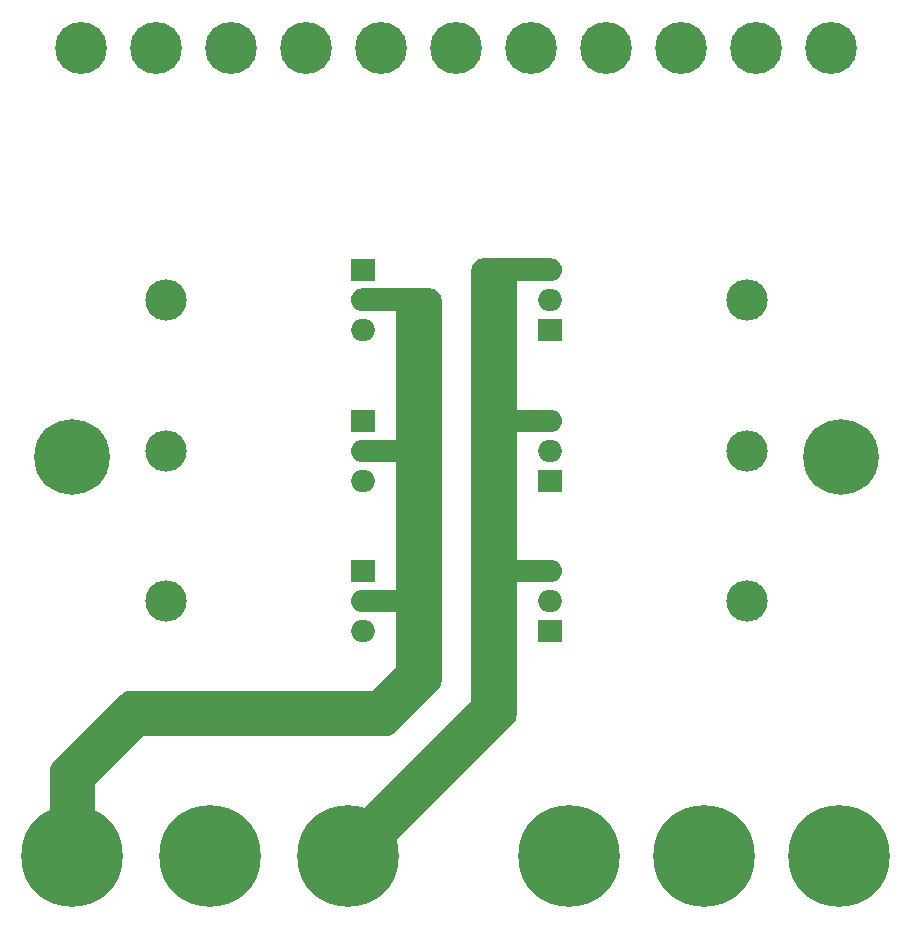
<source format=gbr>
%TF.GenerationSoftware,KiCad,Pcbnew,6.0.11+dfsg-1*%
%TF.CreationDate,2023-11-07T11:46:17+00:00*%
%TF.ProjectId,bb2b,62623262-2e6b-4696-9361-645f70636258,rev?*%
%TF.SameCoordinates,Original*%
%TF.FileFunction,Soldermask,Top*%
%TF.FilePolarity,Negative*%
%FSLAX46Y46*%
G04 Gerber Fmt 4.6, Leading zero omitted, Abs format (unit mm)*
G04 Created by KiCad (PCBNEW 6.0.11+dfsg-1) date 2023-11-07 11:46:17*
%MOMM*%
%LPD*%
G01*
G04 APERTURE LIST*
%ADD10C,0.800000*%
%ADD11C,6.400000*%
%ADD12C,0.700000*%
%ADD13C,4.400000*%
%ADD14O,3.500000X3.500000*%
%ADD15R,2.000000X1.905000*%
%ADD16O,2.000000X1.905000*%
%ADD17C,8.600000*%
%ADD18C,0.900000*%
G04 APERTURE END LIST*
D10*
%TO.C,REF\u002A\u002A*%
X149829856Y-91740056D03*
X148132800Y-92443000D03*
D11*
X148132800Y-90043000D03*
D10*
X148132800Y-87643000D03*
X145732800Y-90043000D03*
X149829856Y-88345944D03*
X150532800Y-90043000D03*
X146435744Y-88345944D03*
X146435744Y-91740056D03*
%TD*%
D12*
%TO.C,H1*%
X145670000Y-55372000D03*
X147320000Y-53722000D03*
X147320000Y-57022000D03*
X146153274Y-56538726D03*
X146153274Y-54205274D03*
X148970000Y-55372000D03*
X148486726Y-56538726D03*
X148486726Y-54205274D03*
D13*
X147320000Y-55372000D03*
%TD*%
D14*
%TO.C,Q5*%
X140145000Y-89535000D03*
D15*
X123485000Y-92075000D03*
D16*
X123485000Y-89535000D03*
X123485000Y-86995000D03*
%TD*%
D17*
%TO.C,H16*%
X83058000Y-123825000D03*
D18*
X80777581Y-126105419D03*
X86283000Y-123825000D03*
X80777581Y-121544581D03*
X83058000Y-127050000D03*
X85338419Y-126105419D03*
X83058000Y-120600000D03*
X85338419Y-121544581D03*
X79833000Y-123825000D03*
%TD*%
D14*
%TO.C,Q1*%
X90995000Y-76715000D03*
D15*
X107655000Y-74175000D03*
D16*
X107655000Y-76715000D03*
X107655000Y-79255000D03*
%TD*%
D18*
%TO.C,H15*%
X106426000Y-127050000D03*
D17*
X106426000Y-123825000D03*
D18*
X106426000Y-120600000D03*
X104145581Y-126105419D03*
X109651000Y-123825000D03*
X103201000Y-123825000D03*
X104145581Y-121544581D03*
X108706419Y-121544581D03*
X108706419Y-126105419D03*
%TD*%
D12*
%TO.C,H3*%
X135786726Y-56538726D03*
X135786726Y-54205274D03*
X133453274Y-56538726D03*
X133453274Y-54205274D03*
X134620000Y-53722000D03*
X132970000Y-55372000D03*
X134620000Y-57022000D03*
X136270000Y-55372000D03*
D13*
X134620000Y-55372000D03*
%TD*%
D14*
%TO.C,Q2*%
X90995000Y-89535000D03*
D15*
X107655000Y-86995000D03*
D16*
X107655000Y-89535000D03*
X107655000Y-92075000D03*
%TD*%
D13*
%TO.C,H9*%
X96520000Y-55372000D03*
D12*
X98170000Y-55372000D03*
X97686726Y-56538726D03*
X95353274Y-54205274D03*
X97686726Y-54205274D03*
X96520000Y-57022000D03*
X95353274Y-56538726D03*
X96520000Y-53722000D03*
X94870000Y-55372000D03*
%TD*%
D18*
%TO.C,H17*%
X145654581Y-126105419D03*
X144710000Y-123825000D03*
X147935000Y-120600000D03*
X147935000Y-127050000D03*
X150215419Y-126105419D03*
D17*
X147935000Y-123825000D03*
D18*
X151160000Y-123825000D03*
X150215419Y-121544581D03*
X145654581Y-121544581D03*
%TD*%
D12*
%TO.C,H11*%
X82653274Y-56538726D03*
X84986726Y-54205274D03*
X83820000Y-57022000D03*
X82653274Y-54205274D03*
X84986726Y-56538726D03*
X83820000Y-53722000D03*
X82170000Y-55372000D03*
X85470000Y-55372000D03*
D13*
X83820000Y-55372000D03*
%TD*%
%TO.C,H2*%
X140970000Y-55372000D03*
D12*
X140970000Y-57022000D03*
X142620000Y-55372000D03*
X139803274Y-56538726D03*
X142136726Y-54205274D03*
X140970000Y-53722000D03*
X139803274Y-54205274D03*
X142136726Y-56538726D03*
X139320000Y-55372000D03*
%TD*%
%TO.C,H5*%
X121920000Y-53722000D03*
X120753274Y-56538726D03*
X120270000Y-55372000D03*
X121920000Y-57022000D03*
X123086726Y-54205274D03*
X120753274Y-54205274D03*
X123086726Y-56538726D03*
D13*
X121920000Y-55372000D03*
D12*
X123570000Y-55372000D03*
%TD*%
D14*
%TO.C,Q3*%
X90995000Y-102235000D03*
D15*
X107655000Y-99695000D03*
D16*
X107655000Y-102235000D03*
X107655000Y-104775000D03*
%TD*%
D13*
%TO.C,H7*%
X109220000Y-55372000D03*
D12*
X107570000Y-55372000D03*
X109220000Y-53722000D03*
X110386726Y-54205274D03*
X109220000Y-57022000D03*
X108053274Y-56538726D03*
X108053274Y-54205274D03*
X110386726Y-56538726D03*
X110870000Y-55372000D03*
%TD*%
%TO.C,H8*%
X104520000Y-55372000D03*
X101220000Y-55372000D03*
D13*
X102870000Y-55372000D03*
D12*
X101703274Y-54205274D03*
X102870000Y-53722000D03*
X101703274Y-56538726D03*
X102870000Y-57022000D03*
X104036726Y-56538726D03*
X104036726Y-54205274D03*
%TD*%
D14*
%TO.C,Q6*%
X140145000Y-102235000D03*
D15*
X123485000Y-104775000D03*
D16*
X123485000Y-102235000D03*
X123485000Y-99695000D03*
%TD*%
D18*
%TO.C,H18*%
X134244581Y-126105419D03*
X134244581Y-121544581D03*
D17*
X136525000Y-123825000D03*
D18*
X136525000Y-120600000D03*
X133300000Y-123825000D03*
X138805419Y-126105419D03*
X138805419Y-121544581D03*
X136525000Y-127050000D03*
X139750000Y-123825000D03*
%TD*%
%TO.C,H14*%
X97967000Y-123825000D03*
X92461581Y-121544581D03*
X94742000Y-127050000D03*
X97022419Y-121544581D03*
X94742000Y-120600000D03*
X97022419Y-126105419D03*
X92461581Y-126105419D03*
D17*
X94742000Y-123825000D03*
D18*
X91517000Y-123825000D03*
%TD*%
D12*
%TO.C,H10*%
X89003274Y-56538726D03*
X88520000Y-55372000D03*
X89003274Y-54205274D03*
X91820000Y-55372000D03*
X91336726Y-56538726D03*
X90170000Y-57022000D03*
X91336726Y-54205274D03*
X90170000Y-53722000D03*
D13*
X90170000Y-55372000D03*
%TD*%
D18*
%TO.C,H19*%
X125095000Y-120600000D03*
X127375419Y-121544581D03*
X128320000Y-123825000D03*
X122814581Y-121544581D03*
X125095000Y-127050000D03*
X127375419Y-126105419D03*
D17*
X125095000Y-123825000D03*
D18*
X121870000Y-123825000D03*
X122814581Y-126105419D03*
%TD*%
D10*
%TO.C,REF\u002A\u002A*%
X84704256Y-91740056D03*
X83007200Y-92443000D03*
D11*
X83007200Y-90043000D03*
D10*
X83007200Y-87643000D03*
X80607200Y-90043000D03*
X84704256Y-88345944D03*
X85407200Y-90043000D03*
X81310144Y-88345944D03*
X81310144Y-91740056D03*
%TD*%
D14*
%TO.C,Q4*%
X140145000Y-76715000D03*
D15*
X123485000Y-79255000D03*
D16*
X123485000Y-76715000D03*
X123485000Y-74175000D03*
%TD*%
D12*
%TO.C,H4*%
X127103274Y-54205274D03*
X129920000Y-55372000D03*
X126620000Y-55372000D03*
X128270000Y-53722000D03*
X129436726Y-56538726D03*
X129436726Y-54205274D03*
X127103274Y-56538726D03*
D13*
X128270000Y-55372000D03*
D12*
X128270000Y-57022000D03*
%TD*%
%TO.C,H6*%
X117220000Y-55372000D03*
X116736726Y-56538726D03*
X114403274Y-56538726D03*
X113920000Y-55372000D03*
X115570000Y-53722000D03*
X116736726Y-54205274D03*
X114403274Y-54205274D03*
X115570000Y-57022000D03*
D13*
X115570000Y-55372000D03*
%TD*%
G36*
X123551763Y-86055807D02*
G01*
X123716596Y-86072042D01*
X123740821Y-86076860D01*
X123893368Y-86123134D01*
X123916189Y-86132587D01*
X124056783Y-86207736D01*
X124077321Y-86221459D01*
X124200547Y-86322588D01*
X124218012Y-86340053D01*
X124319141Y-86463279D01*
X124332864Y-86483817D01*
X124408013Y-86624411D01*
X124417466Y-86647232D01*
X124463740Y-86799779D01*
X124468558Y-86824003D01*
X124484184Y-86982649D01*
X124484184Y-87007351D01*
X124468558Y-87165997D01*
X124463740Y-87190221D01*
X124417466Y-87342768D01*
X124408013Y-87365589D01*
X124332864Y-87506183D01*
X124319141Y-87526721D01*
X124218012Y-87649947D01*
X124200547Y-87667412D01*
X124077321Y-87768541D01*
X124056783Y-87782264D01*
X123916189Y-87857413D01*
X123893368Y-87866866D01*
X123740821Y-87913140D01*
X123716596Y-87917958D01*
X123551763Y-87934193D01*
X123539413Y-87934800D01*
X121258600Y-87934800D01*
X121190479Y-87914798D01*
X121143986Y-87861142D01*
X121132600Y-87808800D01*
X121132600Y-86181200D01*
X121152602Y-86113079D01*
X121206258Y-86066586D01*
X121258600Y-86055200D01*
X123539413Y-86055200D01*
X123551763Y-86055807D01*
G37*
G36*
X113300098Y-75767205D02*
G01*
X113495188Y-75786420D01*
X113495380Y-75786458D01*
X113682973Y-75843363D01*
X113683154Y-75843438D01*
X113856041Y-75935848D01*
X113856204Y-75935957D01*
X114007741Y-76060320D01*
X114007880Y-76060459D01*
X114132243Y-76211996D01*
X114132352Y-76212159D01*
X114224762Y-76385046D01*
X114224837Y-76385227D01*
X114281742Y-76572820D01*
X114281780Y-76573012D01*
X114300995Y-76768102D01*
X114301000Y-76768200D01*
X114301000Y-107772200D01*
X114300707Y-107772907D01*
X114300000Y-107773200D01*
X110490000Y-107773200D01*
X110489293Y-107772907D01*
X110489000Y-107772200D01*
X110489000Y-75768200D01*
X110489293Y-75767493D01*
X110490000Y-75767200D01*
X113300000Y-75767200D01*
X113300098Y-75767205D01*
G37*
G36*
X120592121Y-98521202D02*
G01*
X120638614Y-98574858D01*
X120650000Y-98627200D01*
X120650000Y-98737085D01*
X120654475Y-98752324D01*
X120655865Y-98753529D01*
X120663548Y-98755200D01*
X122505200Y-98755200D01*
X122573321Y-98775202D01*
X122619814Y-98828858D01*
X122631200Y-98881200D01*
X122631200Y-100508800D01*
X122611198Y-100576921D01*
X122557542Y-100623414D01*
X122505200Y-100634800D01*
X120668115Y-100634800D01*
X120652876Y-100639275D01*
X120651671Y-100640665D01*
X120650000Y-100648348D01*
X120650000Y-100762800D01*
X120629998Y-100830921D01*
X120576342Y-100877414D01*
X120524000Y-100888800D01*
X118824288Y-100888800D01*
X118818106Y-100888648D01*
X118802491Y-100887881D01*
X118790185Y-100886669D01*
X118777774Y-100884828D01*
X118765648Y-100882416D01*
X118753467Y-100879365D01*
X118741635Y-100875776D01*
X118729829Y-100871552D01*
X118718402Y-100866819D01*
X118707059Y-100861454D01*
X118696148Y-100855622D01*
X118685390Y-100849173D01*
X118675121Y-100842311D01*
X118665037Y-100834833D01*
X118655467Y-100826979D01*
X118646175Y-100818556D01*
X118637444Y-100809825D01*
X118629021Y-100800533D01*
X118621167Y-100790963D01*
X118613689Y-100780879D01*
X118606827Y-100770610D01*
X118600378Y-100759852D01*
X118594546Y-100748941D01*
X118589181Y-100737598D01*
X118584448Y-100726171D01*
X118580224Y-100714365D01*
X118576635Y-100702533D01*
X118573584Y-100690352D01*
X118571172Y-100678226D01*
X118569331Y-100665815D01*
X118568119Y-100653509D01*
X118567352Y-100637894D01*
X118567200Y-100631712D01*
X118567200Y-98758288D01*
X118567352Y-98752106D01*
X118568119Y-98736491D01*
X118569331Y-98724185D01*
X118571172Y-98711774D01*
X118573584Y-98699648D01*
X118576635Y-98687467D01*
X118580224Y-98675635D01*
X118584448Y-98663829D01*
X118589181Y-98652402D01*
X118594546Y-98641059D01*
X118600378Y-98630148D01*
X118606827Y-98619390D01*
X118613689Y-98609121D01*
X118621167Y-98599037D01*
X118629021Y-98589467D01*
X118637444Y-98580175D01*
X118646175Y-98571444D01*
X118655467Y-98563021D01*
X118665037Y-98555167D01*
X118675121Y-98547689D01*
X118685390Y-98540827D01*
X118696148Y-98534378D01*
X118707059Y-98528546D01*
X118718402Y-98523181D01*
X118729829Y-98518448D01*
X118741635Y-98514224D01*
X118753467Y-98510635D01*
X118765648Y-98507584D01*
X118777774Y-98505172D01*
X118790185Y-98503331D01*
X118802491Y-98502119D01*
X118818106Y-98501352D01*
X118824288Y-98501200D01*
X120524000Y-98501200D01*
X120592121Y-98521202D01*
G37*
G36*
X123551763Y-73228807D02*
G01*
X123716596Y-73245042D01*
X123740821Y-73249860D01*
X123893368Y-73296134D01*
X123916189Y-73305587D01*
X124056783Y-73380736D01*
X124077321Y-73394459D01*
X124200547Y-73495588D01*
X124218012Y-73513053D01*
X124319141Y-73636279D01*
X124332864Y-73656817D01*
X124408013Y-73797411D01*
X124417466Y-73820232D01*
X124463740Y-73972779D01*
X124468558Y-73997003D01*
X124484184Y-74155649D01*
X124484184Y-74180351D01*
X124468558Y-74338997D01*
X124463740Y-74363221D01*
X124417466Y-74515768D01*
X124408013Y-74538589D01*
X124332864Y-74679183D01*
X124319141Y-74699721D01*
X124218012Y-74822947D01*
X124200547Y-74840412D01*
X124077321Y-74941541D01*
X124056783Y-74955264D01*
X123916189Y-75030413D01*
X123893368Y-75039866D01*
X123740821Y-75086140D01*
X123716596Y-75090958D01*
X123551763Y-75107193D01*
X123539413Y-75107800D01*
X121258600Y-75107800D01*
X121190479Y-75087798D01*
X121143986Y-75034142D01*
X121132600Y-74981800D01*
X121132600Y-73354200D01*
X121152602Y-73286079D01*
X121206258Y-73239586D01*
X121258600Y-73228200D01*
X123539413Y-73228200D01*
X123551763Y-73228807D01*
G37*
G36*
X109949521Y-101315202D02*
G01*
X109996014Y-101368858D01*
X110007400Y-101421200D01*
X110007400Y-103048800D01*
X109987398Y-103116921D01*
X109933742Y-103163414D01*
X109881400Y-103174800D01*
X107600587Y-103174800D01*
X107588237Y-103174193D01*
X107423404Y-103157958D01*
X107399179Y-103153140D01*
X107246632Y-103106866D01*
X107223811Y-103097413D01*
X107083217Y-103022264D01*
X107062679Y-103008541D01*
X106939453Y-102907412D01*
X106921988Y-102889947D01*
X106820859Y-102766721D01*
X106807136Y-102746183D01*
X106731987Y-102605589D01*
X106722534Y-102582768D01*
X106676260Y-102430221D01*
X106671442Y-102405997D01*
X106655816Y-102247351D01*
X106655816Y-102222649D01*
X106671442Y-102064003D01*
X106676260Y-102039779D01*
X106722534Y-101887232D01*
X106731987Y-101864411D01*
X106807136Y-101723817D01*
X106820859Y-101703279D01*
X106921988Y-101580053D01*
X106939453Y-101562588D01*
X107062679Y-101461459D01*
X107083217Y-101447736D01*
X107223811Y-101372587D01*
X107246632Y-101363134D01*
X107399179Y-101316860D01*
X107423404Y-101312042D01*
X107588237Y-101295807D01*
X107600587Y-101295200D01*
X109881400Y-101295200D01*
X109949521Y-101315202D01*
G37*
G36*
X120592121Y-85821202D02*
G01*
X120638614Y-85874858D01*
X120650000Y-85927200D01*
X120650000Y-86037085D01*
X120654475Y-86052324D01*
X120655865Y-86053529D01*
X120663548Y-86055200D01*
X122505200Y-86055200D01*
X122573321Y-86075202D01*
X122619814Y-86128858D01*
X122631200Y-86181200D01*
X122631200Y-87808800D01*
X122611198Y-87876921D01*
X122557542Y-87923414D01*
X122505200Y-87934800D01*
X120668115Y-87934800D01*
X120652876Y-87939275D01*
X120651671Y-87940665D01*
X120650000Y-87948348D01*
X120650000Y-88062800D01*
X120629998Y-88130921D01*
X120576342Y-88177414D01*
X120524000Y-88188800D01*
X118824288Y-88188800D01*
X118818106Y-88188648D01*
X118802491Y-88187881D01*
X118790185Y-88186669D01*
X118777774Y-88184828D01*
X118765648Y-88182416D01*
X118753467Y-88179365D01*
X118741635Y-88175776D01*
X118729829Y-88171552D01*
X118718402Y-88166819D01*
X118707059Y-88161454D01*
X118696148Y-88155622D01*
X118685390Y-88149173D01*
X118675121Y-88142311D01*
X118665037Y-88134833D01*
X118655467Y-88126979D01*
X118646175Y-88118556D01*
X118637444Y-88109825D01*
X118629021Y-88100533D01*
X118621167Y-88090963D01*
X118613689Y-88080879D01*
X118606827Y-88070610D01*
X118600378Y-88059852D01*
X118594546Y-88048941D01*
X118589181Y-88037598D01*
X118584448Y-88026171D01*
X118580224Y-88014365D01*
X118576635Y-88002533D01*
X118573584Y-87990352D01*
X118571172Y-87978226D01*
X118569331Y-87965815D01*
X118568119Y-87953509D01*
X118567352Y-87937894D01*
X118567200Y-87931712D01*
X118567200Y-86058288D01*
X118567352Y-86052106D01*
X118568119Y-86036491D01*
X118569331Y-86024185D01*
X118571172Y-86011774D01*
X118573584Y-85999648D01*
X118576635Y-85987467D01*
X118580224Y-85975635D01*
X118584448Y-85963829D01*
X118589181Y-85952402D01*
X118594546Y-85941059D01*
X118600378Y-85930148D01*
X118606827Y-85919390D01*
X118613689Y-85909121D01*
X118621167Y-85899037D01*
X118629021Y-85889467D01*
X118637444Y-85880175D01*
X118646175Y-85871444D01*
X118655467Y-85863021D01*
X118665037Y-85855167D01*
X118675121Y-85847689D01*
X118685390Y-85840827D01*
X118696148Y-85834378D01*
X118707059Y-85828546D01*
X118718402Y-85823181D01*
X118729829Y-85818448D01*
X118741635Y-85814224D01*
X118753467Y-85810635D01*
X118765648Y-85807584D01*
X118777774Y-85805172D01*
X118790185Y-85803331D01*
X118802491Y-85802119D01*
X118818106Y-85801352D01*
X118824288Y-85801200D01*
X120524000Y-85801200D01*
X120592121Y-85821202D01*
G37*
G36*
X111839294Y-88341352D02*
G01*
X111854909Y-88342119D01*
X111867215Y-88343331D01*
X111879626Y-88345172D01*
X111891752Y-88347584D01*
X111903933Y-88350635D01*
X111915765Y-88354224D01*
X111927571Y-88358448D01*
X111938998Y-88363181D01*
X111950341Y-88368546D01*
X111961252Y-88374378D01*
X111972010Y-88380827D01*
X111982279Y-88387689D01*
X111992363Y-88395167D01*
X112001933Y-88403021D01*
X112011225Y-88411444D01*
X112019956Y-88420175D01*
X112028379Y-88429467D01*
X112036233Y-88439037D01*
X112043711Y-88449121D01*
X112050573Y-88459390D01*
X112057022Y-88470148D01*
X112062854Y-88481059D01*
X112068219Y-88492402D01*
X112072952Y-88503829D01*
X112077176Y-88515635D01*
X112080765Y-88527467D01*
X112083816Y-88539648D01*
X112086228Y-88551774D01*
X112088069Y-88564185D01*
X112089281Y-88576491D01*
X112090048Y-88592106D01*
X112090200Y-88598288D01*
X112090200Y-90471712D01*
X112090048Y-90477894D01*
X112089281Y-90493509D01*
X112088069Y-90505815D01*
X112086228Y-90518226D01*
X112083816Y-90530352D01*
X112080765Y-90542533D01*
X112077176Y-90554365D01*
X112072952Y-90566171D01*
X112068219Y-90577598D01*
X112062854Y-90588941D01*
X112057022Y-90599852D01*
X112050573Y-90610610D01*
X112043711Y-90620879D01*
X112036233Y-90630963D01*
X112028379Y-90640533D01*
X112019956Y-90649825D01*
X112011225Y-90658556D01*
X112001933Y-90666979D01*
X111992363Y-90674833D01*
X111982279Y-90682311D01*
X111972010Y-90689173D01*
X111961252Y-90695622D01*
X111950341Y-90701454D01*
X111938998Y-90706819D01*
X111927571Y-90711552D01*
X111915765Y-90715776D01*
X111903933Y-90719365D01*
X111891752Y-90722416D01*
X111879626Y-90724828D01*
X111867215Y-90726669D01*
X111854909Y-90727881D01*
X111839294Y-90728648D01*
X111833112Y-90728800D01*
X110616000Y-90728800D01*
X110547879Y-90708798D01*
X110501386Y-90655142D01*
X110490000Y-90602800D01*
X110490000Y-90492915D01*
X110485525Y-90477676D01*
X110484135Y-90476471D01*
X110476452Y-90474800D01*
X108152200Y-90474800D01*
X108084079Y-90454798D01*
X108037586Y-90401142D01*
X108026200Y-90348800D01*
X108026200Y-88721200D01*
X108046202Y-88653079D01*
X108099858Y-88606586D01*
X108152200Y-88595200D01*
X110471885Y-88595200D01*
X110487124Y-88590725D01*
X110488329Y-88589335D01*
X110490000Y-88581652D01*
X110490000Y-88467200D01*
X110510002Y-88399079D01*
X110563658Y-88352586D01*
X110616000Y-88341200D01*
X111833112Y-88341200D01*
X111839294Y-88341352D01*
G37*
G36*
X123551763Y-98755807D02*
G01*
X123716596Y-98772042D01*
X123740821Y-98776860D01*
X123893368Y-98823134D01*
X123916189Y-98832587D01*
X124056783Y-98907736D01*
X124077321Y-98921459D01*
X124200547Y-99022588D01*
X124218012Y-99040053D01*
X124319141Y-99163279D01*
X124332864Y-99183817D01*
X124408013Y-99324411D01*
X124417466Y-99347232D01*
X124463740Y-99499779D01*
X124468558Y-99524003D01*
X124484184Y-99682649D01*
X124484184Y-99707351D01*
X124468558Y-99865997D01*
X124463740Y-99890221D01*
X124417466Y-100042768D01*
X124408013Y-100065589D01*
X124332864Y-100206183D01*
X124319141Y-100226721D01*
X124218012Y-100349947D01*
X124200547Y-100367412D01*
X124077321Y-100468541D01*
X124056783Y-100482264D01*
X123916189Y-100557413D01*
X123893368Y-100566866D01*
X123740821Y-100613140D01*
X123716596Y-100617958D01*
X123551763Y-100634193D01*
X123539413Y-100634800D01*
X121258600Y-100634800D01*
X121190479Y-100614798D01*
X121143986Y-100561142D01*
X121132600Y-100508800D01*
X121132600Y-98881200D01*
X121152602Y-98813079D01*
X121206258Y-98766586D01*
X121258600Y-98755200D01*
X123539413Y-98755200D01*
X123551763Y-98755807D01*
G37*
G36*
X112522707Y-75767493D02*
G01*
X112523000Y-75768200D01*
X112523000Y-77647800D01*
X112522707Y-77648507D01*
X112522000Y-77648800D01*
X108458000Y-77648800D01*
X108457293Y-77648507D01*
X108457000Y-77647800D01*
X108457000Y-75768200D01*
X108457293Y-75767493D01*
X108458000Y-75767200D01*
X112522000Y-75767200D01*
X112522707Y-75767493D01*
G37*
G36*
X111839294Y-101041352D02*
G01*
X111854909Y-101042119D01*
X111867215Y-101043331D01*
X111879626Y-101045172D01*
X111891752Y-101047584D01*
X111903933Y-101050635D01*
X111915765Y-101054224D01*
X111927571Y-101058448D01*
X111938998Y-101063181D01*
X111950341Y-101068546D01*
X111961252Y-101074378D01*
X111972010Y-101080827D01*
X111982279Y-101087689D01*
X111992363Y-101095167D01*
X112001933Y-101103021D01*
X112011225Y-101111444D01*
X112019956Y-101120175D01*
X112028379Y-101129467D01*
X112036233Y-101139037D01*
X112043711Y-101149121D01*
X112050573Y-101159390D01*
X112057022Y-101170148D01*
X112062854Y-101181059D01*
X112068219Y-101192402D01*
X112072952Y-101203829D01*
X112077176Y-101215635D01*
X112080765Y-101227467D01*
X112083816Y-101239648D01*
X112086228Y-101251774D01*
X112088069Y-101264185D01*
X112089281Y-101276491D01*
X112090048Y-101292106D01*
X112090200Y-101298288D01*
X112090200Y-103171712D01*
X112090048Y-103177894D01*
X112089281Y-103193509D01*
X112088069Y-103205815D01*
X112086228Y-103218226D01*
X112083816Y-103230352D01*
X112080765Y-103242533D01*
X112077176Y-103254365D01*
X112072952Y-103266171D01*
X112068219Y-103277598D01*
X112062854Y-103288941D01*
X112057022Y-103299852D01*
X112050573Y-103310610D01*
X112043711Y-103320879D01*
X112036233Y-103330963D01*
X112028379Y-103340533D01*
X112019956Y-103349825D01*
X112011225Y-103358556D01*
X112001933Y-103366979D01*
X111992363Y-103374833D01*
X111982279Y-103382311D01*
X111972010Y-103389173D01*
X111961252Y-103395622D01*
X111950341Y-103401454D01*
X111938998Y-103406819D01*
X111927571Y-103411552D01*
X111915765Y-103415776D01*
X111903933Y-103419365D01*
X111891752Y-103422416D01*
X111879626Y-103424828D01*
X111867215Y-103426669D01*
X111854909Y-103427881D01*
X111839294Y-103428648D01*
X111833112Y-103428800D01*
X110616000Y-103428800D01*
X110547879Y-103408798D01*
X110501386Y-103355142D01*
X110490000Y-103302800D01*
X110490000Y-103192915D01*
X110485525Y-103177676D01*
X110484135Y-103176471D01*
X110476452Y-103174800D01*
X108152200Y-103174800D01*
X108084079Y-103154798D01*
X108037586Y-103101142D01*
X108026200Y-103048800D01*
X108026200Y-101421200D01*
X108046202Y-101353079D01*
X108099858Y-101306586D01*
X108152200Y-101295200D01*
X110471885Y-101295200D01*
X110487124Y-101290725D01*
X110488329Y-101289335D01*
X110490000Y-101281652D01*
X110490000Y-101167200D01*
X110510002Y-101099079D01*
X110563658Y-101052586D01*
X110616000Y-101041200D01*
X111833112Y-101041200D01*
X111839294Y-101041352D01*
G37*
G36*
X109949521Y-75788202D02*
G01*
X109996014Y-75841858D01*
X110007400Y-75894200D01*
X110007400Y-77521800D01*
X109987398Y-77589921D01*
X109933742Y-77636414D01*
X109881400Y-77647800D01*
X107600587Y-77647800D01*
X107588237Y-77647193D01*
X107423404Y-77630958D01*
X107399179Y-77626140D01*
X107246632Y-77579866D01*
X107223811Y-77570413D01*
X107083217Y-77495264D01*
X107062679Y-77481541D01*
X106939453Y-77380412D01*
X106921988Y-77362947D01*
X106820859Y-77239721D01*
X106807136Y-77219183D01*
X106731987Y-77078589D01*
X106722534Y-77055768D01*
X106676260Y-76903221D01*
X106671442Y-76878997D01*
X106655816Y-76720351D01*
X106655816Y-76695649D01*
X106671442Y-76537003D01*
X106676260Y-76512779D01*
X106722534Y-76360232D01*
X106731987Y-76337411D01*
X106807136Y-76196817D01*
X106820859Y-76176279D01*
X106921988Y-76053053D01*
X106939453Y-76035588D01*
X107062679Y-75934459D01*
X107083217Y-75920736D01*
X107223811Y-75845587D01*
X107246632Y-75836134D01*
X107399179Y-75789860D01*
X107423404Y-75785042D01*
X107588237Y-75768807D01*
X107600587Y-75768200D01*
X109881400Y-75768200D01*
X109949521Y-75788202D01*
G37*
G36*
X120650707Y-73227493D02*
G01*
X120651000Y-73228200D01*
X120651000Y-105232200D01*
X120650707Y-105232907D01*
X120650000Y-105233200D01*
X116840000Y-105233200D01*
X116839293Y-105232907D01*
X116839000Y-105232200D01*
X116839000Y-74228200D01*
X116839005Y-74228102D01*
X116858220Y-74033012D01*
X116858258Y-74032820D01*
X116915163Y-73845227D01*
X116915238Y-73845046D01*
X117007648Y-73672159D01*
X117007757Y-73671996D01*
X117132120Y-73520459D01*
X117132259Y-73520320D01*
X117283796Y-73395957D01*
X117283959Y-73395848D01*
X117456846Y-73303438D01*
X117457027Y-73303363D01*
X117644620Y-73246458D01*
X117644812Y-73246420D01*
X117839902Y-73227205D01*
X117840000Y-73227200D01*
X120650000Y-73227200D01*
X120650707Y-73227493D01*
G37*
G36*
X114300707Y-106349093D02*
G01*
X114301000Y-106349800D01*
X114301000Y-108983586D01*
X114300995Y-108983684D01*
X114281780Y-109178775D01*
X114281742Y-109178967D01*
X114224837Y-109366560D01*
X114224762Y-109366741D01*
X114132352Y-109539628D01*
X114132243Y-109539791D01*
X114007880Y-109691327D01*
X114007814Y-109691400D01*
X110326400Y-113372814D01*
X110326327Y-113372880D01*
X110174791Y-113497243D01*
X110174628Y-113497352D01*
X110001741Y-113589762D01*
X110001560Y-113589837D01*
X109813967Y-113646742D01*
X109813775Y-113646780D01*
X109618684Y-113665995D01*
X109618586Y-113666000D01*
X89052814Y-113666000D01*
X84964000Y-117754814D01*
X84964000Y-120793000D01*
X84963995Y-120793098D01*
X84944780Y-120988188D01*
X84944742Y-120988380D01*
X84887837Y-121175973D01*
X84887762Y-121176154D01*
X84795352Y-121349041D01*
X84795243Y-121349204D01*
X84670880Y-121500741D01*
X84670741Y-121500880D01*
X84519204Y-121625243D01*
X84519041Y-121625352D01*
X84346154Y-121717762D01*
X84345973Y-121717837D01*
X84158380Y-121774742D01*
X84158188Y-121774780D01*
X83963098Y-121793995D01*
X83963000Y-121794000D01*
X82153000Y-121794000D01*
X82152902Y-121793995D01*
X81957812Y-121774780D01*
X81957620Y-121774742D01*
X81770027Y-121717837D01*
X81769846Y-121717762D01*
X81596959Y-121625352D01*
X81596796Y-121625243D01*
X81445259Y-121500880D01*
X81445120Y-121500741D01*
X81320757Y-121349204D01*
X81320648Y-121349041D01*
X81228238Y-121176154D01*
X81228163Y-121175973D01*
X81171258Y-120988380D01*
X81171220Y-120988188D01*
X81152005Y-120793098D01*
X81152000Y-120793000D01*
X81152000Y-116568414D01*
X81152005Y-116568316D01*
X81171220Y-116373225D01*
X81171258Y-116373033D01*
X81228163Y-116185440D01*
X81228238Y-116185259D01*
X81320648Y-116012372D01*
X81320757Y-116012209D01*
X81445120Y-115860673D01*
X81445186Y-115860600D01*
X87158600Y-110147186D01*
X87158673Y-110147120D01*
X87310209Y-110022757D01*
X87310372Y-110022648D01*
X87483259Y-109930238D01*
X87483440Y-109930163D01*
X87671033Y-109873258D01*
X87671225Y-109873220D01*
X87866316Y-109854005D01*
X87866414Y-109854000D01*
X108432186Y-109854000D01*
X110489000Y-107797186D01*
X110489000Y-106349800D01*
X110489293Y-106349093D01*
X110490000Y-106348800D01*
X114300000Y-106348800D01*
X114300707Y-106349093D01*
G37*
G36*
X120650707Y-103301093D02*
G01*
X120651000Y-103301800D01*
X120651000Y-111879186D01*
X120650995Y-111879284D01*
X120631780Y-112074375D01*
X120631742Y-112074567D01*
X120574837Y-112262160D01*
X120574762Y-112262341D01*
X120482352Y-112435228D01*
X120482243Y-112435391D01*
X120357880Y-112586927D01*
X120357814Y-112587000D01*
X108861014Y-124083800D01*
X108860941Y-124083866D01*
X108709404Y-124208229D01*
X108709241Y-124208338D01*
X108536354Y-124300748D01*
X108536173Y-124300823D01*
X108348580Y-124357729D01*
X108348388Y-124357767D01*
X108153298Y-124376981D01*
X108153102Y-124376981D01*
X107958012Y-124357767D01*
X107957820Y-124357729D01*
X107770227Y-124300823D01*
X107770046Y-124300748D01*
X107597159Y-124208338D01*
X107596996Y-124208229D01*
X107445459Y-124083866D01*
X107445386Y-124083800D01*
X106167200Y-122805614D01*
X106167134Y-122805541D01*
X106042771Y-122654004D01*
X106042662Y-122653841D01*
X105950252Y-122480954D01*
X105950177Y-122480773D01*
X105893271Y-122293180D01*
X105893233Y-122292988D01*
X105874019Y-122097898D01*
X105874019Y-122097702D01*
X105893233Y-121902612D01*
X105893271Y-121902420D01*
X105950177Y-121714827D01*
X105950252Y-121714646D01*
X106042662Y-121541759D01*
X106042771Y-121541596D01*
X106167134Y-121390059D01*
X106167200Y-121389986D01*
X116839000Y-110718186D01*
X116839000Y-103301800D01*
X116839293Y-103301093D01*
X116840000Y-103300800D01*
X120650000Y-103300800D01*
X120650707Y-103301093D01*
G37*
G36*
X109949521Y-88615202D02*
G01*
X109996014Y-88668858D01*
X110007400Y-88721200D01*
X110007400Y-90348800D01*
X109987398Y-90416921D01*
X109933742Y-90463414D01*
X109881400Y-90474800D01*
X107600587Y-90474800D01*
X107588237Y-90474193D01*
X107423404Y-90457958D01*
X107399179Y-90453140D01*
X107246632Y-90406866D01*
X107223811Y-90397413D01*
X107083217Y-90322264D01*
X107062679Y-90308541D01*
X106939453Y-90207412D01*
X106921988Y-90189947D01*
X106820859Y-90066721D01*
X106807136Y-90046183D01*
X106731987Y-89905589D01*
X106722534Y-89882768D01*
X106676260Y-89730221D01*
X106671442Y-89705997D01*
X106655816Y-89547351D01*
X106655816Y-89522649D01*
X106671442Y-89364003D01*
X106676260Y-89339779D01*
X106722534Y-89187232D01*
X106731987Y-89164411D01*
X106807136Y-89023817D01*
X106820859Y-89003279D01*
X106921988Y-88880053D01*
X106939453Y-88862588D01*
X107062679Y-88761459D01*
X107083217Y-88747736D01*
X107223811Y-88672587D01*
X107246632Y-88663134D01*
X107399179Y-88616860D01*
X107423404Y-88612042D01*
X107588237Y-88595807D01*
X107600587Y-88595200D01*
X109881400Y-88595200D01*
X109949521Y-88615202D01*
G37*
G36*
X122573321Y-73248202D02*
G01*
X122619814Y-73301858D01*
X122631200Y-73354200D01*
X122631200Y-74981800D01*
X122611198Y-75049921D01*
X122557542Y-75096414D01*
X122505200Y-75107800D01*
X120668115Y-75107800D01*
X120652876Y-75112275D01*
X120651671Y-75113665D01*
X120650000Y-75121348D01*
X120650000Y-75235800D01*
X120629998Y-75303921D01*
X120576342Y-75350414D01*
X120524000Y-75361800D01*
X118722688Y-75361800D01*
X118716506Y-75361648D01*
X118700891Y-75360881D01*
X118688585Y-75359669D01*
X118676174Y-75357828D01*
X118664048Y-75355416D01*
X118651867Y-75352365D01*
X118640035Y-75348776D01*
X118628229Y-75344552D01*
X118616802Y-75339819D01*
X118605459Y-75334454D01*
X118594548Y-75328622D01*
X118583790Y-75322173D01*
X118573521Y-75315311D01*
X118563437Y-75307833D01*
X118553867Y-75299979D01*
X118544575Y-75291556D01*
X118535844Y-75282825D01*
X118527421Y-75273533D01*
X118519567Y-75263963D01*
X118512089Y-75253879D01*
X118505227Y-75243610D01*
X118498778Y-75232852D01*
X118492946Y-75221941D01*
X118487581Y-75210598D01*
X118482848Y-75199171D01*
X118478624Y-75187365D01*
X118475035Y-75175533D01*
X118471984Y-75163352D01*
X118469572Y-75151226D01*
X118467731Y-75138815D01*
X118466519Y-75126509D01*
X118465752Y-75110894D01*
X118465600Y-75104712D01*
X118465600Y-73354200D01*
X118485602Y-73286079D01*
X118539258Y-73239586D01*
X118591600Y-73228200D01*
X122505200Y-73228200D01*
X122573321Y-73248202D01*
G37*
M02*

</source>
